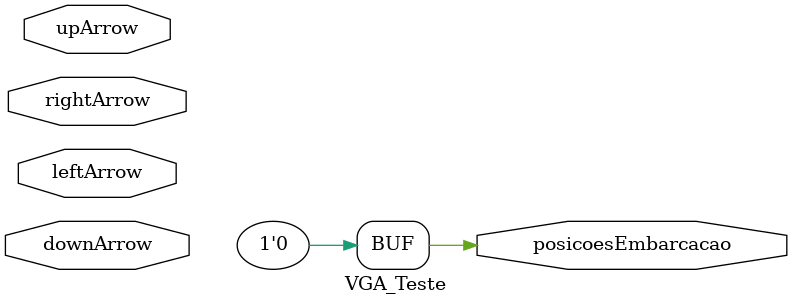
<source format=v>
module VGA_Teste
(
	/*
	Objetivos: Este modulo se destina a testar os modulos de desenho de embarcacoes na VGA.
				  Ele ira simular o envio do vetor de posicoes da memoria para os modulos de embarcacoes.
				  A embarcacao teste para esse modulo e o SUBMARINO.
	
	inputs
	@param leftArrow - sinal que representa um switch para mover a embarcacao para esquerda
	@param rightArrow - sinal que representa  um switch para mover a embarcacao para direita
	@param upArrow - sinal que representa  um switch para mover a embarcacao para cima
	@param downArrow - sinal que representa um switch para mover a embarcacao para baixo
	*/
	
	leftArrow,
	rightArrow,
	upArrow,
	downArrow,
	
	/*outputs
	@param posicoesEmbarcacao - Vetor de posicoes X e Y. Varia de 3-42 bits, 4 primeiros para X , os 4 seguintes para Y, e assim vai
	*/
	posicoesEmbarcacao

);

input leftArrow, rightArrow, upArrow, downArrow;
output posicoesEmbarcacao;

/*Relativo ao teste de um submarino*/
assign posicoesEmbarcacao =
					(leftArrow == 1'b1 && rightArrow == 1'b0 && upArrow == 1'b0 && downArrow == 1'b0)? 1'b0000000000000000000000000000000000000000000000000000001010100000: // Posicao Esquerda XA = 4, YA=5
					(leftArrow == 1'b0 && rightArrow == 1'b1 && upArrow == 1'b0 && downArrow == 1'b0)? 1'b0000000000000000000000000000000000000000000000000000001010110000: // Posicao Direita XA =6, YA=5
					(leftArrow == 1'b0 && rightArrow == 1'b0 && upArrow == 1'b1 && downArrow == 1'b0)? 1'b0000000000000000000000000000000000000000000000000000001100101000: // Posicao Em cima XA =5, YA=6
					(leftArrow == 1'b0 && rightArrow == 1'b0 && upArrow == 1'b0 && downArrow == 1'b1)? 1'b0000000000000000000000000000000000000000000000000000001000101000: // Posicao Em Baixo XA = 5, YA=4
					1'b0000000000000000000000000000000000000000000000000000001010101000; // Posicao Padrao XA = 5, YA=5
					
					
endmodule

</source>
